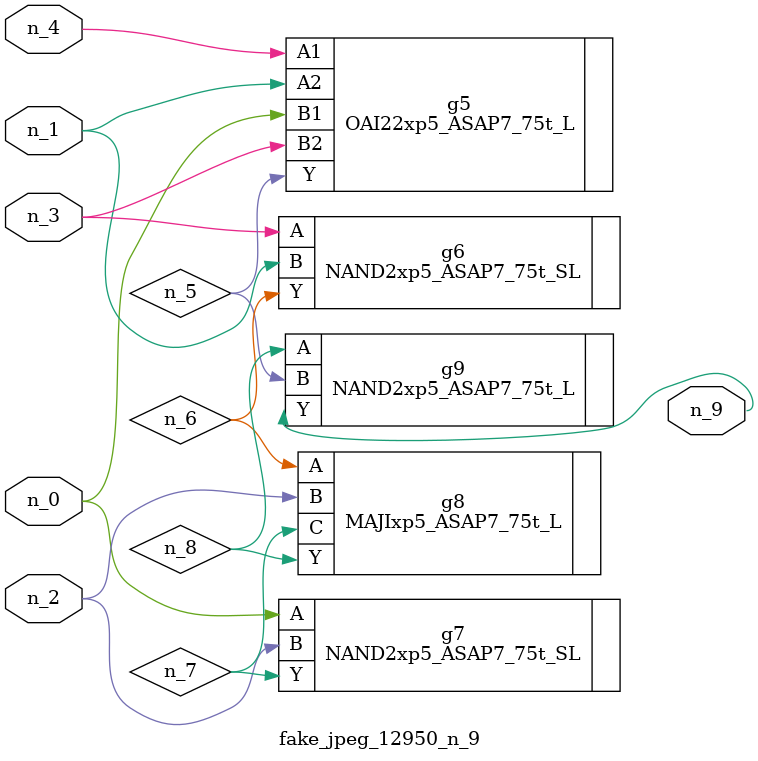
<source format=v>
module fake_jpeg_12950_n_9 (n_3, n_2, n_1, n_0, n_4, n_9);

input n_3;
input n_2;
input n_1;
input n_0;
input n_4;

output n_9;

wire n_8;
wire n_6;
wire n_5;
wire n_7;

OAI22xp5_ASAP7_75t_L g5 ( 
.A1(n_4),
.A2(n_1),
.B1(n_0),
.B2(n_3),
.Y(n_5)
);

NAND2xp5_ASAP7_75t_SL g6 ( 
.A(n_3),
.B(n_1),
.Y(n_6)
);

NAND2xp5_ASAP7_75t_SL g7 ( 
.A(n_0),
.B(n_2),
.Y(n_7)
);

MAJIxp5_ASAP7_75t_L g8 ( 
.A(n_6),
.B(n_2),
.C(n_7),
.Y(n_8)
);

NAND2xp5_ASAP7_75t_L g9 ( 
.A(n_8),
.B(n_5),
.Y(n_9)
);


endmodule
</source>
